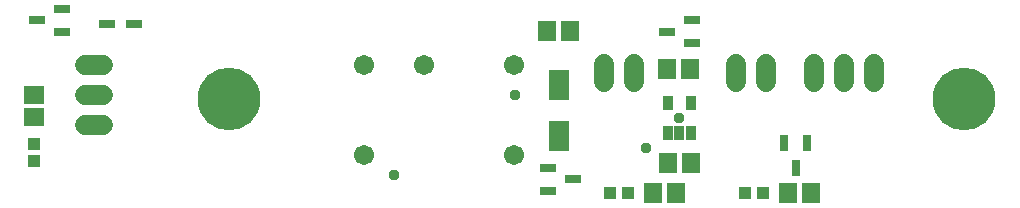
<source format=gts>
G04 EAGLE Gerber RS-274X export*
G75*
%MOMM*%
%FSLAX34Y34*%
%LPD*%
%INTop Solder Mask*%
%IPPOS*%
%AMOC8*
5,1,8,0,0,1.08239X$1,22.5*%
G01*
%ADD10C,5.308600*%
%ADD11R,1.753200X2.553200*%
%ADD12C,1.711200*%
%ADD13R,1.003200X1.003200*%
%ADD14R,1.503200X1.703200*%
%ADD15R,1.703200X1.503200*%
%ADD16C,1.711200*%
%ADD17R,0.893200X1.193200*%
%ADD18R,1.328200X0.703200*%
%ADD19R,1.453200X0.803200*%
%ADD20R,0.803200X1.453200*%
%ADD21C,0.959600*%


D10*
X190500Y98425D03*
X812800Y98425D03*
D11*
X469900Y110400D03*
X469900Y67400D03*
D12*
X304800Y50800D03*
X431800Y50800D03*
X431800Y127000D03*
X355600Y127000D03*
X304800Y127000D03*
D13*
X25400Y45840D03*
X25400Y60840D03*
D14*
X561365Y123825D03*
X580365Y123825D03*
D15*
X25400Y83210D03*
X25400Y102210D03*
D16*
X68660Y76200D02*
X83740Y76200D01*
X83740Y101600D02*
X68660Y101600D01*
X68660Y127000D02*
X83740Y127000D01*
X619125Y128190D02*
X619125Y113110D01*
X644525Y113110D02*
X644525Y128190D01*
X508000Y128190D02*
X508000Y113110D01*
X533400Y113110D02*
X533400Y128190D01*
X685800Y128190D02*
X685800Y113110D01*
X711200Y113110D02*
X711200Y128190D01*
X736600Y128190D02*
X736600Y113110D01*
D13*
X513200Y19050D03*
X528200Y19050D03*
X627500Y19050D03*
X642500Y19050D03*
D14*
X682600Y19050D03*
X663600Y19050D03*
X568300Y19050D03*
X549300Y19050D03*
D17*
X562000Y69650D03*
X571500Y69650D03*
X581000Y69650D03*
X581000Y95550D03*
X562000Y95550D03*
D14*
X478765Y156210D03*
X459765Y156210D03*
X562000Y44450D03*
X581000Y44450D03*
D18*
X110045Y161925D03*
X86805Y161925D03*
D19*
X460670Y40030D03*
X460670Y20930D03*
X481670Y30480D03*
D20*
X679475Y61300D03*
X660375Y61300D03*
X669925Y40300D03*
D19*
X48600Y155550D03*
X48600Y174650D03*
X27600Y165100D03*
X582000Y146025D03*
X582000Y165125D03*
X561000Y155575D03*
D21*
X330200Y33980D03*
X542925Y57150D03*
X571500Y82758D03*
X432195Y102357D03*
M02*

</source>
